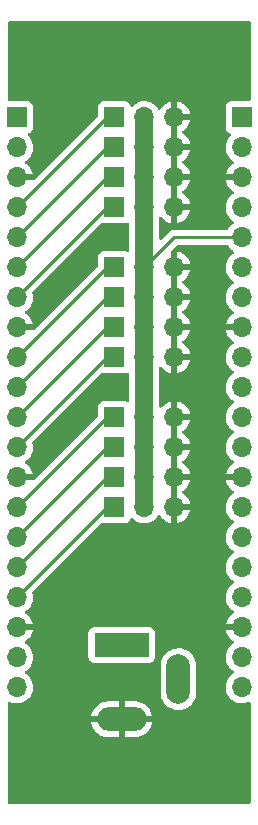
<source format=gbr>
%TF.GenerationSoftware,KiCad,Pcbnew,(6.0.5)*%
%TF.CreationDate,2022-10-13T14:31:03+01:00*%
%TF.ProjectId,OOBB-RASP-PICO-SHIELD-01,4f4f4242-2d52-4415-9350-2d5049434f2d,rev?*%
%TF.SameCoordinates,Original*%
%TF.FileFunction,Copper,L2,Bot*%
%TF.FilePolarity,Positive*%
%FSLAX46Y46*%
G04 Gerber Fmt 4.6, Leading zero omitted, Abs format (unit mm)*
G04 Created by KiCad (PCBNEW (6.0.5)) date 2022-10-13 14:31:03*
%MOMM*%
%LPD*%
G01*
G04 APERTURE LIST*
%TA.AperFunction,ComponentPad*%
%ADD10R,1.700000X1.700000*%
%TD*%
%TA.AperFunction,ComponentPad*%
%ADD11O,1.700000X1.700000*%
%TD*%
%TA.AperFunction,ComponentPad*%
%ADD12R,4.600000X2.000000*%
%TD*%
%TA.AperFunction,ComponentPad*%
%ADD13O,4.200000X2.000000*%
%TD*%
%TA.AperFunction,ComponentPad*%
%ADD14O,2.000000X4.200000*%
%TD*%
%TA.AperFunction,Conductor*%
%ADD15C,0.250000*%
%TD*%
%TA.AperFunction,Conductor*%
%ADD16C,1.500000*%
%TD*%
G04 APERTURE END LIST*
D10*
%TO.P,U10,1,GPIO00*%
%TO.N,GPIO00*%
X132100000Y-67720000D03*
D11*
%TO.P,U10,2,GPIO01*%
%TO.N,GPIO01*%
X132100000Y-70260000D03*
%TO.P,U10,3,GND*%
%TO.N,GND*%
X132100000Y-72800000D03*
%TO.P,U10,4,GPIO02*%
%TO.N,GPIO02*%
X132100000Y-75340000D03*
%TO.P,U10,5,GPIO03*%
%TO.N,GPIO03*%
X132100000Y-77880000D03*
%TO.P,U10,6,GPIO04*%
%TO.N,GPIO04*%
X132100000Y-80420000D03*
%TO.P,U10,7,GPIO05*%
%TO.N,GPIO05*%
X132100000Y-82960000D03*
%TO.P,U10,8,GND*%
%TO.N,GND*%
X132100000Y-85500000D03*
%TO.P,U10,9,GPIO06*%
%TO.N,GPIO06*%
X132100000Y-88040000D03*
%TO.P,U10,10,GPIO07*%
%TO.N,GPIO07*%
X132100000Y-90580000D03*
%TO.P,U10,11,GPIO08*%
%TO.N,GPIO08*%
X132100000Y-93120000D03*
%TO.P,U10,12,GPIO09*%
%TO.N,GPIO09*%
X132100000Y-95660000D03*
%TO.P,U10,13,GND*%
%TO.N,GND*%
X132100000Y-98200000D03*
%TO.P,U10,14,GPIO10*%
%TO.N,GPIO10*%
X132100000Y-100740000D03*
%TO.P,U10,15,GPIO11*%
%TO.N,GPIO11*%
X132100000Y-103280000D03*
%TO.P,U10,16,GPIO12*%
%TO.N,GPIO12*%
X132100000Y-105820000D03*
%TO.P,U10,17,GPIO13*%
%TO.N,GPIO13*%
X132100000Y-108360000D03*
%TO.P,U10,18,GND*%
%TO.N,GND*%
X132100000Y-110900000D03*
%TO.P,U10,19,GPIO14*%
%TO.N,GPIO14*%
X132100000Y-113440000D03*
%TO.P,U10,20,GPIO15*%
%TO.N,GPIO15*%
X132100000Y-115980000D03*
%TO.P,U10,21,GPIO16*%
%TO.N,GPIO16*%
X151130000Y-115975000D03*
%TO.P,U10,22,GPIO17*%
%TO.N,GPIO17*%
X151130000Y-113435000D03*
%TO.P,U10,23,GND*%
%TO.N,GND*%
X151130000Y-110895000D03*
%TO.P,U10,24,GPIO18*%
%TO.N,GPIO18*%
X151130000Y-108355000D03*
%TO.P,U10,25,GPIO19*%
%TO.N,GPIO19*%
X151130000Y-105815000D03*
%TO.P,U10,26,GPIO20*%
%TO.N,GPIO20*%
X151130000Y-103275000D03*
%TO.P,U10,27,GPIO21*%
%TO.N,GPIO21*%
X151130000Y-100735000D03*
%TO.P,U10,28,GND*%
%TO.N,GND*%
X151130000Y-98195000D03*
%TO.P,U10,29,GPIO22*%
%TO.N,GPIO22*%
X151130000Y-95655000D03*
%TO.P,U10,30,RUN*%
%TO.N,RUN*%
X151130000Y-93115000D03*
%TO.P,U10,31,GPIO26*%
%TO.N,A0*%
X151130000Y-90575000D03*
%TO.P,U10,32,GPIO27*%
%TO.N,A1*%
X151130000Y-88040000D03*
%TO.P,U10,33,GND*%
%TO.N,GND*%
X151130000Y-85500000D03*
%TO.P,U10,34,GPIO28*%
%TO.N,A2*%
X151130000Y-82960000D03*
%TO.P,U10,35,VREF*%
%TO.N,VREF*%
X151130000Y-80420000D03*
%TO.P,U10,36,3V3*%
%TO.N,VOUT*%
X151130000Y-77880000D03*
%TO.P,U10,37,3EN*%
%TO.N,3EN*%
X151130000Y-75340000D03*
%TO.P,U10,38,GND*%
%TO.N,GND*%
X151130000Y-72800000D03*
%TO.P,U10,39,VSYS*%
%TO.N,VSYS*%
X151130000Y-70260000D03*
D10*
%TO.P,U10,40,VBUS*%
%TO.N,VBUS*%
X151130000Y-67720000D03*
%TD*%
D11*
%TO.P,J14,3,GND*%
%TO.N,GND*%
X145435000Y-88035000D03*
%TO.P,J14,2,VCC*%
%TO.N,VOUT*%
X142895000Y-88035000D03*
D10*
%TO.P,J14,1,SIG*%
%TO.N,GPIO09*%
X140355000Y-88035000D03*
%TD*%
D11*
%TO.P,J13,3,GND*%
%TO.N,GND*%
X145435000Y-75335000D03*
%TO.P,J13,2,VCC*%
%TO.N,VOUT*%
X142895000Y-75335000D03*
D10*
%TO.P,J13,1,SIG*%
%TO.N,GPIO05*%
X140355000Y-75335000D03*
%TD*%
D11*
%TO.P,J12,3,GND*%
%TO.N,GND*%
X145435000Y-100735000D03*
%TO.P,J12,2,VCC*%
%TO.N,VOUT*%
X142895000Y-100735000D03*
D10*
%TO.P,J12,1,SIG*%
%TO.N,GPIO13*%
X140355000Y-100735000D03*
%TD*%
D12*
%TO.P,J11,1*%
%TO.N,VIN*%
X140970000Y-112395000D03*
D13*
%TO.P,J11,2*%
%TO.N,GND*%
X140970000Y-118695000D03*
D14*
%TO.P,J11,3*%
%TO.N,unconnected-(J11-Pad3)*%
X145770000Y-115295000D03*
%TD*%
D11*
%TO.P,J10,3,GND*%
%TO.N,GND*%
X145435000Y-98195000D03*
%TO.P,J10,2,VCC*%
%TO.N,VOUT*%
X142895000Y-98195000D03*
D10*
%TO.P,J10,1,SIG*%
%TO.N,GPIO12*%
X140355000Y-98195000D03*
%TD*%
D11*
%TO.P,J9,3,GND*%
%TO.N,GND*%
X145435000Y-85495000D03*
%TO.P,J9,2,VCC*%
%TO.N,VOUT*%
X142895000Y-85495000D03*
D10*
%TO.P,J9,1,SIG*%
%TO.N,GPIO08*%
X140355000Y-85495000D03*
%TD*%
D11*
%TO.P,J8,3,GND*%
%TO.N,GND*%
X145435000Y-72795000D03*
%TO.P,J8,2,VCC*%
%TO.N,VOUT*%
X142895000Y-72795000D03*
D10*
%TO.P,J8,1,SIG*%
%TO.N,GPIO04*%
X140355000Y-72795000D03*
%TD*%
D11*
%TO.P,J7,3,GND*%
%TO.N,GND*%
X145435000Y-95655000D03*
%TO.P,J7,2,VCC*%
%TO.N,VOUT*%
X142895000Y-95655000D03*
D10*
%TO.P,J7,1,SIG*%
%TO.N,GPIO11*%
X140355000Y-95655000D03*
%TD*%
%TO.P,J6,1,SIG*%
%TO.N,GPIO07*%
X140355000Y-82955000D03*
D11*
%TO.P,J6,2,VCC*%
%TO.N,VOUT*%
X142895000Y-82955000D03*
%TO.P,J6,3,GND*%
%TO.N,GND*%
X145435000Y-82955000D03*
%TD*%
%TO.P,J5,3,GND*%
%TO.N,GND*%
X145435000Y-70255000D03*
%TO.P,J5,2,VCC*%
%TO.N,VOUT*%
X142895000Y-70255000D03*
D10*
%TO.P,J5,1,SIG*%
%TO.N,GPIO03*%
X140355000Y-70255000D03*
%TD*%
D11*
%TO.P,J3,3,GND*%
%TO.N,GND*%
X145435000Y-93115000D03*
%TO.P,J3,2,VCC*%
%TO.N,VOUT*%
X142895000Y-93115000D03*
D10*
%TO.P,J3,1,SIG*%
%TO.N,GPIO10*%
X140355000Y-93115000D03*
%TD*%
D11*
%TO.P,J2,3,GND*%
%TO.N,GND*%
X145435000Y-80415000D03*
%TO.P,J2,2,VCC*%
%TO.N,VOUT*%
X142895000Y-80415000D03*
D10*
%TO.P,J2,1,SIG*%
%TO.N,GPIO06*%
X140355000Y-80415000D03*
%TD*%
D11*
%TO.P,J1,3,GND*%
%TO.N,GND*%
X145435000Y-67715000D03*
%TO.P,J1,2,VCC*%
%TO.N,VOUT*%
X142895000Y-67715000D03*
D10*
%TO.P,J1,1,SIG*%
%TO.N,GPIO02*%
X140355000Y-67715000D03*
%TD*%
D15*
%TO.N,VOUT*%
X145430000Y-77880000D02*
X142895000Y-80415000D01*
X151130000Y-77880000D02*
X145430000Y-77880000D01*
D16*
X142895000Y-100735000D02*
X142895000Y-67715000D01*
D15*
%TO.N,GPIO02*%
X139725000Y-67715000D02*
X140355000Y-67715000D01*
X132100000Y-75340000D02*
X139725000Y-67715000D01*
%TO.N,GPIO03*%
X132100000Y-77880000D02*
X139725000Y-70255000D01*
X139725000Y-70255000D02*
X140355000Y-70255000D01*
%TO.N,GPIO04*%
X139725000Y-72795000D02*
X140355000Y-72795000D01*
X132100000Y-80420000D02*
X139725000Y-72795000D01*
%TO.N,GPIO05*%
X139725000Y-75335000D02*
X140355000Y-75335000D01*
X132100000Y-82960000D02*
X139725000Y-75335000D01*
%TO.N,GPIO06*%
X132100000Y-88040000D02*
X139725000Y-80415000D01*
X139725000Y-80415000D02*
X140355000Y-80415000D01*
%TO.N,GPIO07*%
X139725000Y-82955000D02*
X140355000Y-82955000D01*
X132100000Y-90580000D02*
X139725000Y-82955000D01*
%TO.N,GPIO08*%
X139725000Y-85495000D02*
X140355000Y-85495000D01*
X132100000Y-93120000D02*
X139725000Y-85495000D01*
%TO.N,GPIO09*%
X139725000Y-88035000D02*
X140355000Y-88035000D01*
X132100000Y-95660000D02*
X139725000Y-88035000D01*
%TO.N,GPIO10*%
X139725000Y-93115000D02*
X140355000Y-93115000D01*
X132100000Y-100740000D02*
X139725000Y-93115000D01*
%TO.N,GPIO11*%
X132100000Y-103280000D02*
X139725000Y-95655000D01*
X139725000Y-95655000D02*
X140355000Y-95655000D01*
%TO.N,GPIO12*%
X139725000Y-98195000D02*
X140355000Y-98195000D01*
X132100000Y-105820000D02*
X139725000Y-98195000D01*
%TO.N,GPIO13*%
X139725000Y-100735000D02*
X140355000Y-100735000D01*
X132100000Y-108360000D02*
X139725000Y-100735000D01*
%TD*%
%TA.AperFunction,Conductor*%
%TO.N,GND*%
G36*
X149922395Y-78533502D02*
G01*
X149961707Y-78573665D01*
X150029987Y-78685088D01*
X150176250Y-78853938D01*
X150348126Y-78996632D01*
X150361380Y-79004377D01*
X150421445Y-79039476D01*
X150470169Y-79091114D01*
X150483240Y-79160897D01*
X150456509Y-79226669D01*
X150416055Y-79260027D01*
X150403607Y-79266507D01*
X150399474Y-79269610D01*
X150399471Y-79269612D01*
X150323433Y-79326703D01*
X150224965Y-79400635D01*
X150070629Y-79562138D01*
X150067715Y-79566410D01*
X150067714Y-79566411D01*
X149982556Y-79691249D01*
X149944743Y-79746680D01*
X149850688Y-79949305D01*
X149790989Y-80164570D01*
X149767251Y-80386695D01*
X149767548Y-80391848D01*
X149767548Y-80391851D01*
X149773011Y-80486590D01*
X149780110Y-80609715D01*
X149781247Y-80614761D01*
X149781248Y-80614767D01*
X149802275Y-80708069D01*
X149829222Y-80827639D01*
X149913266Y-81034616D01*
X150029987Y-81225088D01*
X150176250Y-81393938D01*
X150246354Y-81452139D01*
X150337628Y-81527916D01*
X150348126Y-81536632D01*
X150363470Y-81545598D01*
X150421445Y-81579476D01*
X150470169Y-81631114D01*
X150483240Y-81700897D01*
X150456509Y-81766669D01*
X150416055Y-81800027D01*
X150403607Y-81806507D01*
X150399474Y-81809610D01*
X150399471Y-81809612D01*
X150235260Y-81932905D01*
X150224965Y-81940635D01*
X150070629Y-82102138D01*
X150067715Y-82106410D01*
X150067714Y-82106411D01*
X150047020Y-82136747D01*
X149944743Y-82286680D01*
X149942564Y-82291375D01*
X149872523Y-82442266D01*
X149850688Y-82489305D01*
X149790989Y-82704570D01*
X149767251Y-82926695D01*
X149767548Y-82931848D01*
X149767548Y-82931851D01*
X149773011Y-83026590D01*
X149780110Y-83149715D01*
X149781247Y-83154761D01*
X149781248Y-83154767D01*
X149802275Y-83248069D01*
X149829222Y-83367639D01*
X149913266Y-83574616D01*
X150029987Y-83765088D01*
X150176250Y-83933938D01*
X150246354Y-83992139D01*
X150337628Y-84067916D01*
X150348126Y-84076632D01*
X150363470Y-84085598D01*
X150421955Y-84119774D01*
X150470679Y-84171412D01*
X150483750Y-84241195D01*
X150457019Y-84306967D01*
X150416562Y-84340327D01*
X150408457Y-84344546D01*
X150399738Y-84350036D01*
X150229433Y-84477905D01*
X150221726Y-84484748D01*
X150074590Y-84638717D01*
X150068104Y-84646727D01*
X149948098Y-84822649D01*
X149943000Y-84831623D01*
X149853338Y-85024783D01*
X149849775Y-85034470D01*
X149794389Y-85234183D01*
X149795912Y-85242607D01*
X149808292Y-85246000D01*
X151258000Y-85246000D01*
X151326121Y-85266002D01*
X151372614Y-85319658D01*
X151384000Y-85372000D01*
X151384000Y-85628000D01*
X151363998Y-85696121D01*
X151310342Y-85742614D01*
X151258000Y-85754000D01*
X149813225Y-85754000D01*
X149799694Y-85757973D01*
X149798257Y-85767966D01*
X149828565Y-85902446D01*
X149831645Y-85912275D01*
X149911770Y-86109603D01*
X149916413Y-86118794D01*
X150027694Y-86300388D01*
X150033777Y-86308699D01*
X150173213Y-86469667D01*
X150180580Y-86476883D01*
X150344434Y-86612916D01*
X150352881Y-86618831D01*
X150421969Y-86659203D01*
X150470693Y-86710842D01*
X150483764Y-86780625D01*
X150457033Y-86846396D01*
X150416584Y-86879752D01*
X150403607Y-86886507D01*
X150399474Y-86889610D01*
X150399471Y-86889612D01*
X150235260Y-87012905D01*
X150224965Y-87020635D01*
X150070629Y-87182138D01*
X150067715Y-87186410D01*
X150067714Y-87186411D01*
X150047020Y-87216747D01*
X149944743Y-87366680D01*
X149942564Y-87371375D01*
X149872523Y-87522266D01*
X149850688Y-87569305D01*
X149790989Y-87784570D01*
X149767251Y-88006695D01*
X149767548Y-88011848D01*
X149767548Y-88011851D01*
X149773011Y-88106590D01*
X149780110Y-88229715D01*
X149781247Y-88234761D01*
X149781248Y-88234767D01*
X149802275Y-88328069D01*
X149829222Y-88447639D01*
X149913266Y-88654616D01*
X150029987Y-88845088D01*
X150176250Y-89013938D01*
X150246354Y-89072139D01*
X150337628Y-89147916D01*
X150348126Y-89156632D01*
X150416922Y-89196833D01*
X150465644Y-89248471D01*
X150478715Y-89318254D01*
X150451983Y-89384026D01*
X150411528Y-89417384D01*
X150403607Y-89421507D01*
X150399474Y-89424610D01*
X150399471Y-89424612D01*
X150372000Y-89445238D01*
X150224965Y-89555635D01*
X150070629Y-89717138D01*
X149944743Y-89901680D01*
X149850688Y-90104305D01*
X149790989Y-90319570D01*
X149767251Y-90541695D01*
X149767548Y-90546848D01*
X149767548Y-90546851D01*
X149772552Y-90633632D01*
X149780110Y-90764715D01*
X149781247Y-90769761D01*
X149781248Y-90769767D01*
X149803402Y-90868069D01*
X149829222Y-90982639D01*
X149913266Y-91189616D01*
X150029987Y-91380088D01*
X150176250Y-91548938D01*
X150348126Y-91691632D01*
X150363470Y-91700598D01*
X150421445Y-91734476D01*
X150470169Y-91786114D01*
X150483240Y-91855897D01*
X150456509Y-91921669D01*
X150416055Y-91955027D01*
X150403607Y-91961507D01*
X150399474Y-91964610D01*
X150399471Y-91964612D01*
X150229100Y-92092530D01*
X150224965Y-92095635D01*
X150070629Y-92257138D01*
X150067715Y-92261410D01*
X150067714Y-92261411D01*
X149982556Y-92386249D01*
X149944743Y-92441680D01*
X149850688Y-92644305D01*
X149790989Y-92859570D01*
X149767251Y-93081695D01*
X149767548Y-93086848D01*
X149767548Y-93086851D01*
X149772552Y-93173632D01*
X149780110Y-93304715D01*
X149781247Y-93309761D01*
X149781248Y-93309767D01*
X149794597Y-93369000D01*
X149829222Y-93522639D01*
X149913266Y-93729616D01*
X150029987Y-93920088D01*
X150176250Y-94088938D01*
X150348126Y-94231632D01*
X150357672Y-94237210D01*
X150421445Y-94274476D01*
X150470169Y-94326114D01*
X150483240Y-94395897D01*
X150456509Y-94461669D01*
X150416055Y-94495027D01*
X150403607Y-94501507D01*
X150399474Y-94504610D01*
X150399471Y-94504612D01*
X150341841Y-94547882D01*
X150224965Y-94635635D01*
X150221393Y-94639373D01*
X150127835Y-94737276D01*
X150070629Y-94797138D01*
X150067715Y-94801410D01*
X150067714Y-94801411D01*
X149986496Y-94920473D01*
X149944743Y-94981680D01*
X149850688Y-95184305D01*
X149790989Y-95399570D01*
X149767251Y-95621695D01*
X149767548Y-95626848D01*
X149767548Y-95626851D01*
X149773011Y-95721590D01*
X149780110Y-95844715D01*
X149781247Y-95849761D01*
X149781248Y-95849767D01*
X149794597Y-95909000D01*
X149829222Y-96062639D01*
X149913266Y-96269616D01*
X150029987Y-96460088D01*
X150176250Y-96628938D01*
X150348126Y-96771632D01*
X150357672Y-96777210D01*
X150421955Y-96814774D01*
X150470679Y-96866412D01*
X150483750Y-96936195D01*
X150457019Y-97001967D01*
X150416562Y-97035327D01*
X150408457Y-97039546D01*
X150399738Y-97045036D01*
X150229433Y-97172905D01*
X150221726Y-97179748D01*
X150074590Y-97333717D01*
X150068104Y-97341727D01*
X149948098Y-97517649D01*
X149943000Y-97526623D01*
X149853338Y-97719783D01*
X149849775Y-97729470D01*
X149794389Y-97929183D01*
X149795912Y-97937607D01*
X149808292Y-97941000D01*
X151258000Y-97941000D01*
X151326121Y-97961002D01*
X151372614Y-98014658D01*
X151384000Y-98067000D01*
X151384000Y-98323000D01*
X151363998Y-98391121D01*
X151310342Y-98437614D01*
X151258000Y-98449000D01*
X149813225Y-98449000D01*
X149799694Y-98452973D01*
X149798257Y-98462966D01*
X149828565Y-98597446D01*
X149831645Y-98607275D01*
X149911770Y-98804603D01*
X149916413Y-98813794D01*
X150027694Y-98995388D01*
X150033777Y-99003699D01*
X150173213Y-99164667D01*
X150180580Y-99171883D01*
X150344434Y-99307916D01*
X150352881Y-99313831D01*
X150421969Y-99354203D01*
X150470693Y-99405842D01*
X150483764Y-99475625D01*
X150457033Y-99541396D01*
X150416584Y-99574752D01*
X150403607Y-99581507D01*
X150399474Y-99584610D01*
X150399471Y-99584612D01*
X150341841Y-99627882D01*
X150224965Y-99715635D01*
X150221393Y-99719373D01*
X150127835Y-99817276D01*
X150070629Y-99877138D01*
X150067715Y-99881410D01*
X150067714Y-99881411D01*
X149986496Y-100000473D01*
X149944743Y-100061680D01*
X149850688Y-100264305D01*
X149790989Y-100479570D01*
X149767251Y-100701695D01*
X149767548Y-100706848D01*
X149767548Y-100706851D01*
X149772552Y-100793632D01*
X149780110Y-100924715D01*
X149781247Y-100929761D01*
X149781248Y-100929767D01*
X149794597Y-100989000D01*
X149829222Y-101142639D01*
X149913266Y-101349616D01*
X150029987Y-101540088D01*
X150176250Y-101708938D01*
X150348126Y-101851632D01*
X150363470Y-101860598D01*
X150421445Y-101894476D01*
X150470169Y-101946114D01*
X150483240Y-102015897D01*
X150456509Y-102081669D01*
X150416055Y-102115027D01*
X150403607Y-102121507D01*
X150399474Y-102124610D01*
X150399471Y-102124612D01*
X150372000Y-102145238D01*
X150224965Y-102255635D01*
X150070629Y-102417138D01*
X149944743Y-102601680D01*
X149850688Y-102804305D01*
X149790989Y-103019570D01*
X149767251Y-103241695D01*
X149767548Y-103246848D01*
X149767548Y-103246851D01*
X149772552Y-103333632D01*
X149780110Y-103464715D01*
X149781247Y-103469761D01*
X149781248Y-103469767D01*
X149803402Y-103568069D01*
X149829222Y-103682639D01*
X149913266Y-103889616D01*
X150029987Y-104080088D01*
X150176250Y-104248938D01*
X150348126Y-104391632D01*
X150363470Y-104400598D01*
X150421445Y-104434476D01*
X150470169Y-104486114D01*
X150483240Y-104555897D01*
X150456509Y-104621669D01*
X150416055Y-104655027D01*
X150403607Y-104661507D01*
X150399474Y-104664610D01*
X150399471Y-104664612D01*
X150372000Y-104685238D01*
X150224965Y-104795635D01*
X150070629Y-104957138D01*
X149944743Y-105141680D01*
X149850688Y-105344305D01*
X149790989Y-105559570D01*
X149767251Y-105781695D01*
X149767548Y-105786848D01*
X149767548Y-105786851D01*
X149772552Y-105873632D01*
X149780110Y-106004715D01*
X149781247Y-106009761D01*
X149781248Y-106009767D01*
X149803402Y-106108069D01*
X149829222Y-106222639D01*
X149913266Y-106429616D01*
X150029987Y-106620088D01*
X150176250Y-106788938D01*
X150348126Y-106931632D01*
X150363470Y-106940598D01*
X150421445Y-106974476D01*
X150470169Y-107026114D01*
X150483240Y-107095897D01*
X150456509Y-107161669D01*
X150416055Y-107195027D01*
X150403607Y-107201507D01*
X150399474Y-107204610D01*
X150399471Y-107204612D01*
X150372000Y-107225238D01*
X150224965Y-107335635D01*
X150070629Y-107497138D01*
X149944743Y-107681680D01*
X149850688Y-107884305D01*
X149790989Y-108099570D01*
X149767251Y-108321695D01*
X149767548Y-108326848D01*
X149767548Y-108326851D01*
X149773106Y-108423240D01*
X149780110Y-108544715D01*
X149781247Y-108549761D01*
X149781248Y-108549767D01*
X149802246Y-108642939D01*
X149829222Y-108762639D01*
X149913266Y-108969616D01*
X150029987Y-109160088D01*
X150176250Y-109328938D01*
X150348126Y-109471632D01*
X150363470Y-109480598D01*
X150421955Y-109514774D01*
X150470679Y-109566412D01*
X150483750Y-109636195D01*
X150457019Y-109701967D01*
X150416562Y-109735327D01*
X150408457Y-109739546D01*
X150399738Y-109745036D01*
X150229433Y-109872905D01*
X150221726Y-109879748D01*
X150074590Y-110033717D01*
X150068104Y-110041727D01*
X149948098Y-110217649D01*
X149943000Y-110226623D01*
X149853338Y-110419783D01*
X149849775Y-110429470D01*
X149794389Y-110629183D01*
X149795912Y-110637607D01*
X149808292Y-110641000D01*
X151258000Y-110641000D01*
X151326121Y-110661002D01*
X151372614Y-110714658D01*
X151384000Y-110767000D01*
X151384000Y-111023000D01*
X151363998Y-111091121D01*
X151310342Y-111137614D01*
X151258000Y-111149000D01*
X149813225Y-111149000D01*
X149799694Y-111152973D01*
X149798257Y-111162966D01*
X149828565Y-111297446D01*
X149831645Y-111307275D01*
X149911770Y-111504603D01*
X149916413Y-111513794D01*
X150027694Y-111695388D01*
X150033777Y-111703699D01*
X150173213Y-111864667D01*
X150180580Y-111871883D01*
X150344434Y-112007916D01*
X150352881Y-112013831D01*
X150421969Y-112054203D01*
X150470693Y-112105842D01*
X150483764Y-112175625D01*
X150457033Y-112241396D01*
X150416584Y-112274752D01*
X150403607Y-112281507D01*
X150399474Y-112284610D01*
X150399471Y-112284612D01*
X150341841Y-112327882D01*
X150224965Y-112415635D01*
X150070629Y-112577138D01*
X150067715Y-112581410D01*
X150067714Y-112581411D01*
X149990529Y-112694560D01*
X149944743Y-112761680D01*
X149850688Y-112964305D01*
X149790989Y-113179570D01*
X149767251Y-113401695D01*
X149767548Y-113406848D01*
X149767548Y-113406851D01*
X149773299Y-113506590D01*
X149780110Y-113624715D01*
X149781247Y-113629761D01*
X149781248Y-113629767D01*
X149800974Y-113717294D01*
X149829222Y-113842639D01*
X149913266Y-114049616D01*
X150029987Y-114240088D01*
X150176250Y-114408938D01*
X150348126Y-114551632D01*
X150363470Y-114560598D01*
X150421445Y-114594476D01*
X150470169Y-114646114D01*
X150483240Y-114715897D01*
X150456509Y-114781669D01*
X150416055Y-114815027D01*
X150403607Y-114821507D01*
X150399474Y-114824610D01*
X150399471Y-114824612D01*
X150341841Y-114867882D01*
X150224965Y-114955635D01*
X150070629Y-115117138D01*
X149944743Y-115301680D01*
X149850688Y-115504305D01*
X149790989Y-115719570D01*
X149767251Y-115941695D01*
X149767548Y-115946848D01*
X149767548Y-115946851D01*
X149773106Y-116043240D01*
X149780110Y-116164715D01*
X149781247Y-116169761D01*
X149781248Y-116169767D01*
X149802246Y-116262939D01*
X149829222Y-116382639D01*
X149913266Y-116589616D01*
X150029987Y-116780088D01*
X150176250Y-116948938D01*
X150348126Y-117091632D01*
X150541000Y-117204338D01*
X150545825Y-117206180D01*
X150545826Y-117206181D01*
X150580417Y-117219390D01*
X150749692Y-117284030D01*
X150754760Y-117285061D01*
X150754763Y-117285062D01*
X150862017Y-117306883D01*
X150968597Y-117328567D01*
X150973772Y-117328757D01*
X150973774Y-117328757D01*
X151186673Y-117336564D01*
X151186677Y-117336564D01*
X151191837Y-117336753D01*
X151196957Y-117336097D01*
X151196959Y-117336097D01*
X151408288Y-117309025D01*
X151408289Y-117309025D01*
X151413416Y-117308368D01*
X151436085Y-117301567D01*
X151622429Y-117245661D01*
X151622434Y-117245659D01*
X151627384Y-117244174D01*
X151710070Y-117203666D01*
X151780041Y-117191660D01*
X151845398Y-117219390D01*
X151885388Y-117278052D01*
X151891500Y-117316818D01*
X151891500Y-125730500D01*
X151871498Y-125798621D01*
X151817842Y-125845114D01*
X151765500Y-125856500D01*
X131444500Y-125856500D01*
X131376379Y-125836498D01*
X131329886Y-125782842D01*
X131318500Y-125730500D01*
X131318500Y-118966114D01*
X138383275Y-118966114D01*
X138385325Y-118983830D01*
X138387285Y-118993727D01*
X138450604Y-119217494D01*
X138454116Y-119226938D01*
X138552399Y-119437705D01*
X138557378Y-119446471D01*
X138688087Y-119638802D01*
X138694419Y-119646677D01*
X138854186Y-119815626D01*
X138861695Y-119822387D01*
X139046426Y-119963625D01*
X139054905Y-119969089D01*
X139259847Y-120078978D01*
X139269099Y-120083020D01*
X139488971Y-120158727D01*
X139498743Y-120161236D01*
X139728971Y-120201004D01*
X139736843Y-120201859D01*
X139760551Y-120202936D01*
X139763384Y-120203000D01*
X140697885Y-120203000D01*
X140713124Y-120198525D01*
X140714329Y-120197135D01*
X140716000Y-120189452D01*
X140716000Y-120184885D01*
X141224000Y-120184885D01*
X141228475Y-120200124D01*
X141229865Y-120201329D01*
X141237548Y-120203000D01*
X142128456Y-120203000D01*
X142133488Y-120202798D01*
X142306843Y-120188850D01*
X142316796Y-120187238D01*
X142542633Y-120131767D01*
X142552203Y-120128584D01*
X142766265Y-120037720D01*
X142775207Y-120033045D01*
X142971987Y-119909126D01*
X142980060Y-119903086D01*
X143154500Y-119749297D01*
X143161504Y-119742044D01*
X143309110Y-119562346D01*
X143314866Y-119554064D01*
X143431841Y-119353081D01*
X143436203Y-119343976D01*
X143519537Y-119126885D01*
X143522388Y-119117196D01*
X143553821Y-118966736D01*
X143552698Y-118952675D01*
X143542590Y-118949000D01*
X141242115Y-118949000D01*
X141226876Y-118953475D01*
X141225671Y-118954865D01*
X141224000Y-118962548D01*
X141224000Y-120184885D01*
X140716000Y-120184885D01*
X140716000Y-118967115D01*
X140711525Y-118951876D01*
X140710135Y-118950671D01*
X140702452Y-118949000D01*
X138399410Y-118949000D01*
X138385324Y-118953136D01*
X138383275Y-118966114D01*
X131318500Y-118966114D01*
X131318500Y-118423264D01*
X138386179Y-118423264D01*
X138387302Y-118437325D01*
X138397410Y-118441000D01*
X140697885Y-118441000D01*
X140713124Y-118436525D01*
X140714329Y-118435135D01*
X140716000Y-118427452D01*
X140716000Y-118422885D01*
X141224000Y-118422885D01*
X141228475Y-118438124D01*
X141229865Y-118439329D01*
X141237548Y-118441000D01*
X143540590Y-118441000D01*
X143554676Y-118436864D01*
X143556725Y-118423886D01*
X143554675Y-118406170D01*
X143552715Y-118396273D01*
X143489396Y-118172506D01*
X143485884Y-118163062D01*
X143387601Y-117952295D01*
X143382622Y-117943529D01*
X143251913Y-117751198D01*
X143245581Y-117743323D01*
X143085814Y-117574374D01*
X143078305Y-117567613D01*
X142893574Y-117426375D01*
X142885095Y-117420911D01*
X142680153Y-117311022D01*
X142670901Y-117306980D01*
X142451029Y-117231273D01*
X142441257Y-117228764D01*
X142211029Y-117188996D01*
X142203157Y-117188141D01*
X142179449Y-117187064D01*
X142176616Y-117187000D01*
X141242115Y-117187000D01*
X141226876Y-117191475D01*
X141225671Y-117192865D01*
X141224000Y-117200548D01*
X141224000Y-118422885D01*
X140716000Y-118422885D01*
X140716000Y-117205115D01*
X140711525Y-117189876D01*
X140710135Y-117188671D01*
X140702452Y-117187000D01*
X139811544Y-117187000D01*
X139806512Y-117187202D01*
X139633157Y-117201150D01*
X139623204Y-117202762D01*
X139397367Y-117258233D01*
X139387797Y-117261416D01*
X139173735Y-117352280D01*
X139164793Y-117356955D01*
X138968013Y-117480874D01*
X138959940Y-117486914D01*
X138785500Y-117640703D01*
X138778496Y-117647956D01*
X138630890Y-117827654D01*
X138625134Y-117835936D01*
X138508159Y-118036919D01*
X138503797Y-118046024D01*
X138420463Y-118263115D01*
X138417612Y-118272804D01*
X138386179Y-118423264D01*
X131318500Y-118423264D01*
X131318500Y-117316414D01*
X131338502Y-117248293D01*
X131392158Y-117201800D01*
X131462432Y-117191696D01*
X131501477Y-117205324D01*
X131501874Y-117204496D01*
X131506539Y-117206731D01*
X131511000Y-117209338D01*
X131515825Y-117211180D01*
X131515826Y-117211181D01*
X131535899Y-117218846D01*
X131719692Y-117289030D01*
X131724760Y-117290061D01*
X131724763Y-117290062D01*
X131817970Y-117309025D01*
X131938597Y-117333567D01*
X131943772Y-117333757D01*
X131943774Y-117333757D01*
X132156673Y-117341564D01*
X132156677Y-117341564D01*
X132161837Y-117341753D01*
X132166957Y-117341097D01*
X132166959Y-117341097D01*
X132378288Y-117314025D01*
X132378289Y-117314025D01*
X132383416Y-117313368D01*
X132400082Y-117308368D01*
X132592429Y-117250661D01*
X132592434Y-117250659D01*
X132597384Y-117249174D01*
X132797994Y-117150896D01*
X132979860Y-117021173D01*
X132995737Y-117005352D01*
X133134435Y-116867137D01*
X133138096Y-116863489D01*
X133195222Y-116783990D01*
X133265435Y-116686277D01*
X133268453Y-116682077D01*
X133288322Y-116641876D01*
X133365136Y-116486453D01*
X133365137Y-116486451D01*
X133367430Y-116481811D01*
X133375272Y-116456001D01*
X144261500Y-116456001D01*
X144261702Y-116458509D01*
X144261702Y-116458514D01*
X144272605Y-116594020D01*
X144276060Y-116636965D01*
X144277266Y-116641873D01*
X144277266Y-116641876D01*
X144310249Y-116776158D01*
X144333963Y-116872706D01*
X144335938Y-116877358D01*
X144335939Y-116877362D01*
X144367723Y-116952240D01*
X144428812Y-117096156D01*
X144431510Y-117100440D01*
X144543359Y-117278052D01*
X144558167Y-117301567D01*
X144581060Y-117327534D01*
X144715350Y-117479858D01*
X144715353Y-117479861D01*
X144718698Y-117483655D01*
X144722606Y-117486865D01*
X144722607Y-117486866D01*
X144829242Y-117574456D01*
X144906278Y-117637734D01*
X145116078Y-117759841D01*
X145120801Y-117761654D01*
X145337978Y-117845020D01*
X145337982Y-117845021D01*
X145342702Y-117846833D01*
X145347652Y-117847867D01*
X145347655Y-117847868D01*
X145575369Y-117895440D01*
X145575373Y-117895440D01*
X145580320Y-117896474D01*
X145822817Y-117907486D01*
X145827837Y-117906905D01*
X145827841Y-117906905D01*
X146058929Y-117880167D01*
X146058933Y-117880166D01*
X146063956Y-117879585D01*
X146068820Y-117878209D01*
X146068823Y-117878208D01*
X146292669Y-117814866D01*
X146292668Y-117814866D01*
X146297532Y-117813490D01*
X146302108Y-117811356D01*
X146302114Y-117811354D01*
X146512954Y-117713038D01*
X146512958Y-117713036D01*
X146517536Y-117710901D01*
X146718307Y-117574456D01*
X146894681Y-117407668D01*
X146933454Y-117356955D01*
X147039047Y-117218846D01*
X147039050Y-117218842D01*
X147042120Y-117214826D01*
X147046756Y-117206181D01*
X147154439Y-117005352D01*
X147156831Y-117000891D01*
X147235862Y-116771369D01*
X147267256Y-116589616D01*
X147276504Y-116536074D01*
X147276505Y-116536068D01*
X147277179Y-116532164D01*
X147278500Y-116503075D01*
X147278500Y-114133999D01*
X147278298Y-114131486D01*
X147264346Y-113958076D01*
X147264345Y-113958071D01*
X147263940Y-113953035D01*
X147262324Y-113946453D01*
X147207244Y-113722208D01*
X147206037Y-113717294D01*
X147173952Y-113641705D01*
X147116598Y-113506590D01*
X147111188Y-113493844D01*
X146981833Y-113288433D01*
X146914750Y-113212342D01*
X146824650Y-113110142D01*
X146824647Y-113110139D01*
X146821302Y-113106345D01*
X146714993Y-113019022D01*
X146637628Y-112955474D01*
X146637625Y-112955472D01*
X146633722Y-112952266D01*
X146423922Y-112830159D01*
X146419199Y-112828346D01*
X146202022Y-112744980D01*
X146202018Y-112744979D01*
X146197298Y-112743167D01*
X146192348Y-112742133D01*
X146192345Y-112742132D01*
X145964631Y-112694560D01*
X145964627Y-112694560D01*
X145959680Y-112693526D01*
X145717183Y-112682514D01*
X145712163Y-112683095D01*
X145712159Y-112683095D01*
X145481071Y-112709833D01*
X145481067Y-112709834D01*
X145476044Y-112710415D01*
X145471180Y-112711791D01*
X145471177Y-112711792D01*
X145363958Y-112742132D01*
X145242468Y-112776510D01*
X145237892Y-112778644D01*
X145237886Y-112778646D01*
X145027046Y-112876962D01*
X145027042Y-112876964D01*
X145022464Y-112879099D01*
X144821693Y-113015544D01*
X144645319Y-113182332D01*
X144642241Y-113186358D01*
X144642240Y-113186359D01*
X144500953Y-113371154D01*
X144500950Y-113371158D01*
X144497880Y-113375174D01*
X144495490Y-113379632D01*
X144495489Y-113379633D01*
X144480895Y-113406851D01*
X144383169Y-113589109D01*
X144304138Y-113818631D01*
X144299991Y-113842639D01*
X144264241Y-114049616D01*
X144262821Y-114057836D01*
X144261500Y-114086925D01*
X144261500Y-116456001D01*
X133375272Y-116456001D01*
X133432370Y-116268069D01*
X133461529Y-116046590D01*
X133463156Y-115980000D01*
X133444852Y-115757361D01*
X133390431Y-115540702D01*
X133301354Y-115335840D01*
X133180014Y-115148277D01*
X133029670Y-114983051D01*
X133025619Y-114979852D01*
X133025615Y-114979848D01*
X132858414Y-114847800D01*
X132858410Y-114847798D01*
X132854359Y-114844598D01*
X132813053Y-114821796D01*
X132763084Y-114771364D01*
X132748312Y-114701921D01*
X132773428Y-114635516D01*
X132800780Y-114608909D01*
X132844603Y-114577650D01*
X132979860Y-114481173D01*
X133138096Y-114323489D01*
X133195222Y-114243990D01*
X133265435Y-114146277D01*
X133268453Y-114142077D01*
X133271201Y-114136518D01*
X133365136Y-113946453D01*
X133365137Y-113946451D01*
X133367430Y-113941811D01*
X133423197Y-113758261D01*
X133430865Y-113733023D01*
X133430865Y-113733021D01*
X133432370Y-113728069D01*
X133461529Y-113506590D01*
X133461752Y-113497460D01*
X133463074Y-113443365D01*
X133463074Y-113443361D01*
X133463080Y-113443134D01*
X138161500Y-113443134D01*
X138168255Y-113505316D01*
X138219385Y-113641705D01*
X138306739Y-113758261D01*
X138423295Y-113845615D01*
X138559684Y-113896745D01*
X138621866Y-113903500D01*
X143318134Y-113903500D01*
X143380316Y-113896745D01*
X143516705Y-113845615D01*
X143633261Y-113758261D01*
X143720615Y-113641705D01*
X143771745Y-113505316D01*
X143778500Y-113443134D01*
X143778500Y-111346866D01*
X143771745Y-111284684D01*
X143720615Y-111148295D01*
X143633261Y-111031739D01*
X143516705Y-110944385D01*
X143380316Y-110893255D01*
X143318134Y-110886500D01*
X138621866Y-110886500D01*
X138559684Y-110893255D01*
X138423295Y-110944385D01*
X138306739Y-111031739D01*
X138219385Y-111148295D01*
X138168255Y-111284684D01*
X138161500Y-111346866D01*
X138161500Y-113443134D01*
X133463080Y-113443134D01*
X133463156Y-113440000D01*
X133444852Y-113217361D01*
X133390431Y-113000702D01*
X133301354Y-112795840D01*
X133180014Y-112608277D01*
X133029670Y-112443051D01*
X133025619Y-112439852D01*
X133025615Y-112439848D01*
X132858414Y-112307800D01*
X132858410Y-112307798D01*
X132854359Y-112304598D01*
X132845302Y-112299598D01*
X132812569Y-112281529D01*
X132762598Y-112231097D01*
X132747826Y-112161654D01*
X132772942Y-112095248D01*
X132800294Y-112068641D01*
X132975328Y-111943792D01*
X132983200Y-111937139D01*
X133134052Y-111786812D01*
X133140730Y-111778965D01*
X133265003Y-111606020D01*
X133270313Y-111597183D01*
X133364670Y-111406267D01*
X133368469Y-111396672D01*
X133430377Y-111192910D01*
X133432555Y-111182837D01*
X133433986Y-111171962D01*
X133431775Y-111157778D01*
X133418617Y-111154000D01*
X131972000Y-111154000D01*
X131903879Y-111133998D01*
X131857386Y-111080342D01*
X131846000Y-111028000D01*
X131846000Y-110772000D01*
X131866002Y-110703879D01*
X131919658Y-110657386D01*
X131972000Y-110646000D01*
X133418344Y-110646000D01*
X133431875Y-110642027D01*
X133433180Y-110632947D01*
X133391214Y-110465875D01*
X133387894Y-110456124D01*
X133302972Y-110260814D01*
X133298105Y-110251739D01*
X133182426Y-110072926D01*
X133176136Y-110064757D01*
X133032806Y-109907240D01*
X133025273Y-109900215D01*
X132858139Y-109768222D01*
X132849556Y-109762520D01*
X132812602Y-109742120D01*
X132762631Y-109691687D01*
X132747859Y-109622245D01*
X132772975Y-109555839D01*
X132800327Y-109529232D01*
X132823797Y-109512491D01*
X132979860Y-109401173D01*
X133138096Y-109243489D01*
X133195222Y-109163990D01*
X133265435Y-109066277D01*
X133268453Y-109062077D01*
X133367430Y-108861811D01*
X133432370Y-108648069D01*
X133461529Y-108426590D01*
X133463156Y-108360000D01*
X133444852Y-108137361D01*
X133416821Y-108025765D01*
X133419625Y-107954823D01*
X133449930Y-107905974D01*
X139246022Y-102109882D01*
X139308334Y-102075856D01*
X139379345Y-102080995D01*
X139394684Y-102086745D01*
X139402532Y-102087598D01*
X139402534Y-102087598D01*
X139453469Y-102093131D01*
X139456866Y-102093500D01*
X141253134Y-102093500D01*
X141315316Y-102086745D01*
X141451705Y-102035615D01*
X141568261Y-101948261D01*
X141655615Y-101831705D01*
X141677799Y-101772529D01*
X141699598Y-101714382D01*
X141742240Y-101657618D01*
X141808802Y-101632918D01*
X141878150Y-101648126D01*
X141912817Y-101676114D01*
X141941250Y-101708938D01*
X142113126Y-101851632D01*
X142306000Y-101964338D01*
X142310825Y-101966180D01*
X142310826Y-101966181D01*
X142383612Y-101993975D01*
X142514692Y-102044030D01*
X142519760Y-102045061D01*
X142519763Y-102045062D01*
X142614862Y-102064410D01*
X142733597Y-102088567D01*
X142738772Y-102088757D01*
X142738774Y-102088757D01*
X142951673Y-102096564D01*
X142951677Y-102096564D01*
X142956837Y-102096753D01*
X142961957Y-102096097D01*
X142961959Y-102096097D01*
X143173288Y-102069025D01*
X143173289Y-102069025D01*
X143178416Y-102068368D01*
X143183366Y-102066883D01*
X143387429Y-102005661D01*
X143387434Y-102005659D01*
X143392384Y-102004174D01*
X143592994Y-101905896D01*
X143774860Y-101776173D01*
X143933096Y-101618489D01*
X143992594Y-101535689D01*
X144063453Y-101437077D01*
X144064640Y-101437930D01*
X144111960Y-101394362D01*
X144181897Y-101382145D01*
X144247338Y-101409678D01*
X144275166Y-101441511D01*
X144332694Y-101535388D01*
X144338777Y-101543699D01*
X144478213Y-101704667D01*
X144485580Y-101711883D01*
X144649434Y-101847916D01*
X144657881Y-101853831D01*
X144841756Y-101961279D01*
X144851042Y-101965729D01*
X145050001Y-102041703D01*
X145059899Y-102044579D01*
X145163250Y-102065606D01*
X145177299Y-102064410D01*
X145181000Y-102054065D01*
X145181000Y-102053517D01*
X145689000Y-102053517D01*
X145693064Y-102067359D01*
X145706478Y-102069393D01*
X145713184Y-102068534D01*
X145723262Y-102066392D01*
X145927255Y-102005191D01*
X145936842Y-102001433D01*
X146128095Y-101907739D01*
X146136945Y-101902464D01*
X146310328Y-101778792D01*
X146318200Y-101772139D01*
X146469052Y-101621812D01*
X146475730Y-101613965D01*
X146600003Y-101441020D01*
X146605313Y-101432183D01*
X146699670Y-101241267D01*
X146703469Y-101231672D01*
X146765377Y-101027910D01*
X146767555Y-101017837D01*
X146768986Y-101006962D01*
X146766775Y-100992778D01*
X146753617Y-100989000D01*
X145707115Y-100989000D01*
X145691876Y-100993475D01*
X145690671Y-100994865D01*
X145689000Y-101002548D01*
X145689000Y-102053517D01*
X145181000Y-102053517D01*
X145181000Y-100462885D01*
X145689000Y-100462885D01*
X145693475Y-100478124D01*
X145694865Y-100479329D01*
X145702548Y-100481000D01*
X146753344Y-100481000D01*
X146766875Y-100477027D01*
X146768180Y-100467947D01*
X146726214Y-100300875D01*
X146722894Y-100291124D01*
X146637972Y-100095814D01*
X146633105Y-100086739D01*
X146517426Y-99907926D01*
X146511136Y-99899757D01*
X146367806Y-99742240D01*
X146360273Y-99735215D01*
X146193139Y-99603222D01*
X146184552Y-99597517D01*
X146147116Y-99576851D01*
X146097146Y-99526419D01*
X146082374Y-99456976D01*
X146107490Y-99390571D01*
X146134842Y-99363964D01*
X146310327Y-99238792D01*
X146318200Y-99232139D01*
X146469052Y-99081812D01*
X146475730Y-99073965D01*
X146600003Y-98901020D01*
X146605313Y-98892183D01*
X146699670Y-98701267D01*
X146703469Y-98691672D01*
X146765377Y-98487910D01*
X146767555Y-98477837D01*
X146768986Y-98466962D01*
X146766775Y-98452778D01*
X146753617Y-98449000D01*
X145707115Y-98449000D01*
X145691876Y-98453475D01*
X145690671Y-98454865D01*
X145689000Y-98462548D01*
X145689000Y-100462885D01*
X145181000Y-100462885D01*
X145181000Y-97922885D01*
X145689000Y-97922885D01*
X145693475Y-97938124D01*
X145694865Y-97939329D01*
X145702548Y-97941000D01*
X146753344Y-97941000D01*
X146766875Y-97937027D01*
X146768180Y-97927947D01*
X146726214Y-97760875D01*
X146722894Y-97751124D01*
X146637972Y-97555814D01*
X146633105Y-97546739D01*
X146517426Y-97367926D01*
X146511136Y-97359757D01*
X146367806Y-97202240D01*
X146360273Y-97195215D01*
X146193139Y-97063222D01*
X146184552Y-97057517D01*
X146147116Y-97036851D01*
X146097146Y-96986419D01*
X146082374Y-96916976D01*
X146107490Y-96850571D01*
X146134842Y-96823964D01*
X146310327Y-96698792D01*
X146318200Y-96692139D01*
X146469052Y-96541812D01*
X146475730Y-96533965D01*
X146600003Y-96361020D01*
X146605313Y-96352183D01*
X146699670Y-96161267D01*
X146703469Y-96151672D01*
X146765377Y-95947910D01*
X146767555Y-95937837D01*
X146768986Y-95926962D01*
X146766775Y-95912778D01*
X146753617Y-95909000D01*
X145707115Y-95909000D01*
X145691876Y-95913475D01*
X145690671Y-95914865D01*
X145689000Y-95922548D01*
X145689000Y-97922885D01*
X145181000Y-97922885D01*
X145181000Y-95382885D01*
X145689000Y-95382885D01*
X145693475Y-95398124D01*
X145694865Y-95399329D01*
X145702548Y-95401000D01*
X146753344Y-95401000D01*
X146766875Y-95397027D01*
X146768180Y-95387947D01*
X146726214Y-95220875D01*
X146722894Y-95211124D01*
X146637972Y-95015814D01*
X146633105Y-95006739D01*
X146517426Y-94827926D01*
X146511136Y-94819757D01*
X146367806Y-94662240D01*
X146360273Y-94655215D01*
X146193139Y-94523222D01*
X146184552Y-94517517D01*
X146147116Y-94496851D01*
X146097146Y-94446419D01*
X146082374Y-94376976D01*
X146107490Y-94310571D01*
X146134842Y-94283964D01*
X146310327Y-94158792D01*
X146318200Y-94152139D01*
X146469052Y-94001812D01*
X146475730Y-93993965D01*
X146600003Y-93821020D01*
X146605313Y-93812183D01*
X146699670Y-93621267D01*
X146703469Y-93611672D01*
X146765377Y-93407910D01*
X146767555Y-93397837D01*
X146768986Y-93386962D01*
X146766775Y-93372778D01*
X146753617Y-93369000D01*
X145707115Y-93369000D01*
X145691876Y-93373475D01*
X145690671Y-93374865D01*
X145689000Y-93382548D01*
X145689000Y-95382885D01*
X145181000Y-95382885D01*
X145181000Y-92842885D01*
X145689000Y-92842885D01*
X145693475Y-92858124D01*
X145694865Y-92859329D01*
X145702548Y-92861000D01*
X146753344Y-92861000D01*
X146766875Y-92857027D01*
X146768180Y-92847947D01*
X146726214Y-92680875D01*
X146722894Y-92671124D01*
X146637972Y-92475814D01*
X146633105Y-92466739D01*
X146517426Y-92287926D01*
X146511136Y-92279757D01*
X146367806Y-92122240D01*
X146360273Y-92115215D01*
X146193139Y-91983222D01*
X146184552Y-91977517D01*
X145998117Y-91874599D01*
X145988705Y-91870369D01*
X145787959Y-91799280D01*
X145777988Y-91796646D01*
X145706837Y-91783972D01*
X145693540Y-91785432D01*
X145689000Y-91799989D01*
X145689000Y-92842885D01*
X145181000Y-92842885D01*
X145181000Y-91798102D01*
X145177082Y-91784758D01*
X145162806Y-91782771D01*
X145124324Y-91788660D01*
X145114288Y-91791051D01*
X144911868Y-91857212D01*
X144902359Y-91861209D01*
X144713463Y-91959542D01*
X144704738Y-91965036D01*
X144534433Y-92092905D01*
X144526726Y-92099748D01*
X144379589Y-92253718D01*
X144377424Y-92256392D01*
X144376276Y-92257185D01*
X144376019Y-92257454D01*
X144375964Y-92257401D01*
X144319012Y-92296747D01*
X144248055Y-92299116D01*
X144187081Y-92262747D01*
X144155450Y-92199186D01*
X144153500Y-92177103D01*
X144153500Y-88967709D01*
X144173502Y-88899588D01*
X144227158Y-88853095D01*
X144297432Y-88842991D01*
X144362012Y-88872485D01*
X144374737Y-88885212D01*
X144478213Y-89004667D01*
X144485580Y-89011883D01*
X144649434Y-89147916D01*
X144657881Y-89153831D01*
X144841756Y-89261279D01*
X144851042Y-89265729D01*
X145050001Y-89341703D01*
X145059899Y-89344579D01*
X145163250Y-89365606D01*
X145177299Y-89364410D01*
X145181000Y-89354065D01*
X145181000Y-89353517D01*
X145689000Y-89353517D01*
X145693064Y-89367359D01*
X145706478Y-89369393D01*
X145713184Y-89368534D01*
X145723262Y-89366392D01*
X145927255Y-89305191D01*
X145936842Y-89301433D01*
X146128095Y-89207739D01*
X146136945Y-89202464D01*
X146310328Y-89078792D01*
X146318200Y-89072139D01*
X146469052Y-88921812D01*
X146475730Y-88913965D01*
X146600003Y-88741020D01*
X146605313Y-88732183D01*
X146699670Y-88541267D01*
X146703469Y-88531672D01*
X146765377Y-88327910D01*
X146767555Y-88317837D01*
X146768986Y-88306962D01*
X146766775Y-88292778D01*
X146753617Y-88289000D01*
X145707115Y-88289000D01*
X145691876Y-88293475D01*
X145690671Y-88294865D01*
X145689000Y-88302548D01*
X145689000Y-89353517D01*
X145181000Y-89353517D01*
X145181000Y-87762885D01*
X145689000Y-87762885D01*
X145693475Y-87778124D01*
X145694865Y-87779329D01*
X145702548Y-87781000D01*
X146753344Y-87781000D01*
X146766875Y-87777027D01*
X146768180Y-87767947D01*
X146726214Y-87600875D01*
X146722894Y-87591124D01*
X146637972Y-87395814D01*
X146633105Y-87386739D01*
X146517426Y-87207926D01*
X146511136Y-87199757D01*
X146367806Y-87042240D01*
X146360273Y-87035215D01*
X146193139Y-86903222D01*
X146184552Y-86897517D01*
X146147116Y-86876851D01*
X146097146Y-86826419D01*
X146082374Y-86756976D01*
X146107490Y-86690571D01*
X146134842Y-86663964D01*
X146310327Y-86538792D01*
X146318200Y-86532139D01*
X146469052Y-86381812D01*
X146475730Y-86373965D01*
X146600003Y-86201020D01*
X146605313Y-86192183D01*
X146699670Y-86001267D01*
X146703469Y-85991672D01*
X146765377Y-85787910D01*
X146767555Y-85777837D01*
X146768986Y-85766962D01*
X146766775Y-85752778D01*
X146753617Y-85749000D01*
X145707115Y-85749000D01*
X145691876Y-85753475D01*
X145690671Y-85754865D01*
X145689000Y-85762548D01*
X145689000Y-87762885D01*
X145181000Y-87762885D01*
X145181000Y-85222885D01*
X145689000Y-85222885D01*
X145693475Y-85238124D01*
X145694865Y-85239329D01*
X145702548Y-85241000D01*
X146753344Y-85241000D01*
X146766875Y-85237027D01*
X146768180Y-85227947D01*
X146726214Y-85060875D01*
X146722894Y-85051124D01*
X146637972Y-84855814D01*
X146633105Y-84846739D01*
X146517426Y-84667926D01*
X146511136Y-84659757D01*
X146367806Y-84502240D01*
X146360273Y-84495215D01*
X146193139Y-84363222D01*
X146184552Y-84357517D01*
X146147116Y-84336851D01*
X146097146Y-84286419D01*
X146082374Y-84216976D01*
X146107490Y-84150571D01*
X146134842Y-84123964D01*
X146310327Y-83998792D01*
X146318200Y-83992139D01*
X146469052Y-83841812D01*
X146475730Y-83833965D01*
X146600003Y-83661020D01*
X146605313Y-83652183D01*
X146699670Y-83461267D01*
X146703469Y-83451672D01*
X146765377Y-83247910D01*
X146767555Y-83237837D01*
X146768986Y-83226962D01*
X146766775Y-83212778D01*
X146753617Y-83209000D01*
X145707115Y-83209000D01*
X145691876Y-83213475D01*
X145690671Y-83214865D01*
X145689000Y-83222548D01*
X145689000Y-85222885D01*
X145181000Y-85222885D01*
X145181000Y-82682885D01*
X145689000Y-82682885D01*
X145693475Y-82698124D01*
X145694865Y-82699329D01*
X145702548Y-82701000D01*
X146753344Y-82701000D01*
X146766875Y-82697027D01*
X146768180Y-82687947D01*
X146726214Y-82520875D01*
X146722894Y-82511124D01*
X146637972Y-82315814D01*
X146633105Y-82306739D01*
X146517426Y-82127926D01*
X146511136Y-82119757D01*
X146367806Y-81962240D01*
X146360273Y-81955215D01*
X146193139Y-81823222D01*
X146184552Y-81817517D01*
X146147116Y-81796851D01*
X146097146Y-81746419D01*
X146082374Y-81676976D01*
X146107490Y-81610571D01*
X146134842Y-81583964D01*
X146310327Y-81458792D01*
X146318200Y-81452139D01*
X146469052Y-81301812D01*
X146475730Y-81293965D01*
X146600003Y-81121020D01*
X146605313Y-81112183D01*
X146699670Y-80921267D01*
X146703469Y-80911672D01*
X146765377Y-80707910D01*
X146767555Y-80697837D01*
X146768986Y-80686962D01*
X146766775Y-80672778D01*
X146753617Y-80669000D01*
X145707115Y-80669000D01*
X145691876Y-80673475D01*
X145690671Y-80674865D01*
X145689000Y-80682548D01*
X145689000Y-82682885D01*
X145181000Y-82682885D01*
X145181000Y-80142885D01*
X145689000Y-80142885D01*
X145693475Y-80158124D01*
X145694865Y-80159329D01*
X145702548Y-80161000D01*
X146753344Y-80161000D01*
X146766875Y-80157027D01*
X146768180Y-80147947D01*
X146726214Y-79980875D01*
X146722894Y-79971124D01*
X146637972Y-79775814D01*
X146633105Y-79766739D01*
X146517426Y-79587926D01*
X146511136Y-79579757D01*
X146367806Y-79422240D01*
X146360273Y-79415215D01*
X146193139Y-79283222D01*
X146184552Y-79277517D01*
X145998117Y-79174599D01*
X145988705Y-79170369D01*
X145787959Y-79099280D01*
X145777988Y-79096646D01*
X145706837Y-79083972D01*
X145693540Y-79085432D01*
X145689000Y-79099989D01*
X145689000Y-80142885D01*
X145181000Y-80142885D01*
X145181000Y-79079987D01*
X145185447Y-79079987D01*
X145185440Y-79042275D01*
X145217248Y-78988656D01*
X145655499Y-78550405D01*
X145717811Y-78516379D01*
X145744594Y-78513500D01*
X149854274Y-78513500D01*
X149922395Y-78533502D01*
G37*
%TD.AperFunction*%
%TA.AperFunction,Conductor*%
G36*
X141585897Y-89344671D02*
G01*
X141628507Y-89401460D01*
X141636500Y-89445623D01*
X141636500Y-91704377D01*
X141616498Y-91772498D01*
X141562842Y-91818991D01*
X141492568Y-91829095D01*
X141454311Y-91816338D01*
X141451705Y-91814385D01*
X141315316Y-91763255D01*
X141253134Y-91756500D01*
X139456866Y-91756500D01*
X139394684Y-91763255D01*
X139258295Y-91814385D01*
X139141739Y-91901739D01*
X139054385Y-92018295D01*
X139003255Y-92154684D01*
X138996500Y-92216866D01*
X138996500Y-92895405D01*
X138976498Y-92963526D01*
X138959595Y-92984500D01*
X133526653Y-98417442D01*
X133464341Y-98451468D01*
X133436351Y-98450547D01*
X133436351Y-98454000D01*
X131972000Y-98454000D01*
X131903879Y-98433998D01*
X131857386Y-98380342D01*
X131846000Y-98328000D01*
X131846000Y-98072000D01*
X131866002Y-98003879D01*
X131919658Y-97957386D01*
X131972000Y-97946000D01*
X133418344Y-97946000D01*
X133431875Y-97942027D01*
X133433180Y-97932947D01*
X133391214Y-97765875D01*
X133387894Y-97756124D01*
X133302972Y-97560814D01*
X133298105Y-97551739D01*
X133182426Y-97372926D01*
X133176136Y-97364757D01*
X133032806Y-97207240D01*
X133025273Y-97200215D01*
X132858139Y-97068222D01*
X132849556Y-97062520D01*
X132812602Y-97042120D01*
X132762631Y-96991687D01*
X132747859Y-96922245D01*
X132772975Y-96855839D01*
X132800327Y-96829232D01*
X132823797Y-96812491D01*
X132979860Y-96701173D01*
X133138096Y-96543489D01*
X133195222Y-96463990D01*
X133265435Y-96366277D01*
X133268453Y-96362077D01*
X133367430Y-96161811D01*
X133432370Y-95948069D01*
X133461529Y-95726590D01*
X133463156Y-95660000D01*
X133444852Y-95437361D01*
X133416821Y-95325765D01*
X133419625Y-95254823D01*
X133449930Y-95205974D01*
X139246022Y-89409882D01*
X139308334Y-89375856D01*
X139379345Y-89380995D01*
X139394684Y-89386745D01*
X139402532Y-89387598D01*
X139402534Y-89387598D01*
X139453469Y-89393131D01*
X139456866Y-89393500D01*
X141253134Y-89393500D01*
X141315316Y-89386745D01*
X141451705Y-89335615D01*
X141453377Y-89334362D01*
X141519350Y-89319934D01*
X141585897Y-89344671D01*
G37*
%TD.AperFunction*%
%TA.AperFunction,Conductor*%
G36*
X141585897Y-76644671D02*
G01*
X141628507Y-76701460D01*
X141636500Y-76745623D01*
X141636500Y-79004377D01*
X141616498Y-79072498D01*
X141562842Y-79118991D01*
X141492568Y-79129095D01*
X141454311Y-79116338D01*
X141451705Y-79114385D01*
X141315316Y-79063255D01*
X141253134Y-79056500D01*
X139456866Y-79056500D01*
X139394684Y-79063255D01*
X139258295Y-79114385D01*
X139141739Y-79201739D01*
X139054385Y-79318295D01*
X139003255Y-79454684D01*
X138996500Y-79516866D01*
X138996500Y-80195405D01*
X138976498Y-80263526D01*
X138959595Y-80284500D01*
X133526653Y-85717442D01*
X133464341Y-85751468D01*
X133436351Y-85750547D01*
X133436351Y-85754000D01*
X131972000Y-85754000D01*
X131903879Y-85733998D01*
X131857386Y-85680342D01*
X131846000Y-85628000D01*
X131846000Y-85372000D01*
X131866002Y-85303879D01*
X131919658Y-85257386D01*
X131972000Y-85246000D01*
X133418344Y-85246000D01*
X133431875Y-85242027D01*
X133433180Y-85232947D01*
X133391214Y-85065875D01*
X133387894Y-85056124D01*
X133302972Y-84860814D01*
X133298105Y-84851739D01*
X133182426Y-84672926D01*
X133176136Y-84664757D01*
X133032806Y-84507240D01*
X133025273Y-84500215D01*
X132858139Y-84368222D01*
X132849556Y-84362520D01*
X132812602Y-84342120D01*
X132762631Y-84291687D01*
X132747859Y-84222245D01*
X132772975Y-84155839D01*
X132800327Y-84129232D01*
X132861500Y-84085598D01*
X132979860Y-84001173D01*
X133138096Y-83843489D01*
X133197594Y-83760689D01*
X133265435Y-83666277D01*
X133268453Y-83662077D01*
X133367430Y-83461811D01*
X133432370Y-83248069D01*
X133461529Y-83026590D01*
X133463156Y-82960000D01*
X133444852Y-82737361D01*
X133416821Y-82625765D01*
X133419625Y-82554823D01*
X133449930Y-82505974D01*
X139246022Y-76709882D01*
X139308334Y-76675856D01*
X139379345Y-76680995D01*
X139394684Y-76686745D01*
X139402532Y-76687598D01*
X139402534Y-76687598D01*
X139453469Y-76693131D01*
X139456866Y-76693500D01*
X141253134Y-76693500D01*
X141315316Y-76686745D01*
X141451705Y-76635615D01*
X141453377Y-76634362D01*
X141519350Y-76619934D01*
X141585897Y-76644671D01*
G37*
%TD.AperFunction*%
%TA.AperFunction,Conductor*%
G36*
X151833621Y-59583502D02*
G01*
X151880114Y-59637158D01*
X151891500Y-59689500D01*
X151891500Y-66235500D01*
X151871498Y-66303621D01*
X151817842Y-66350114D01*
X151765500Y-66361500D01*
X150231866Y-66361500D01*
X150169684Y-66368255D01*
X150033295Y-66419385D01*
X149916739Y-66506739D01*
X149829385Y-66623295D01*
X149778255Y-66759684D01*
X149771500Y-66821866D01*
X149771500Y-68618134D01*
X149778255Y-68680316D01*
X149829385Y-68816705D01*
X149916739Y-68933261D01*
X150033295Y-69020615D01*
X150041704Y-69023767D01*
X150041705Y-69023768D01*
X150150451Y-69064535D01*
X150207216Y-69107176D01*
X150231916Y-69173738D01*
X150216709Y-69243087D01*
X150197316Y-69269568D01*
X150070629Y-69402138D01*
X150067715Y-69406410D01*
X150067714Y-69406411D01*
X150052798Y-69428277D01*
X149944743Y-69586680D01*
X149929003Y-69620590D01*
X149872523Y-69742266D01*
X149850688Y-69789305D01*
X149790989Y-70004570D01*
X149767251Y-70226695D01*
X149767548Y-70231848D01*
X149767548Y-70231851D01*
X149773011Y-70326590D01*
X149780110Y-70449715D01*
X149781247Y-70454761D01*
X149781248Y-70454767D01*
X149802275Y-70548069D01*
X149829222Y-70667639D01*
X149913266Y-70874616D01*
X150029987Y-71065088D01*
X150176250Y-71233938D01*
X150246354Y-71292139D01*
X150337628Y-71367916D01*
X150348126Y-71376632D01*
X150363470Y-71385598D01*
X150421955Y-71419774D01*
X150470679Y-71471412D01*
X150483750Y-71541195D01*
X150457019Y-71606967D01*
X150416562Y-71640327D01*
X150408457Y-71644546D01*
X150399738Y-71650036D01*
X150229433Y-71777905D01*
X150221726Y-71784748D01*
X150074590Y-71938717D01*
X150068104Y-71946727D01*
X149948098Y-72122649D01*
X149943000Y-72131623D01*
X149853338Y-72324783D01*
X149849775Y-72334470D01*
X149794389Y-72534183D01*
X149795912Y-72542607D01*
X149808292Y-72546000D01*
X151258000Y-72546000D01*
X151326121Y-72566002D01*
X151372614Y-72619658D01*
X151384000Y-72672000D01*
X151384000Y-72928000D01*
X151363998Y-72996121D01*
X151310342Y-73042614D01*
X151258000Y-73054000D01*
X149813225Y-73054000D01*
X149799694Y-73057973D01*
X149798257Y-73067966D01*
X149828565Y-73202446D01*
X149831645Y-73212275D01*
X149911770Y-73409603D01*
X149916413Y-73418794D01*
X150027694Y-73600388D01*
X150033777Y-73608699D01*
X150173213Y-73769667D01*
X150180580Y-73776883D01*
X150344434Y-73912916D01*
X150352881Y-73918831D01*
X150421969Y-73959203D01*
X150470693Y-74010842D01*
X150483764Y-74080625D01*
X150457033Y-74146396D01*
X150416584Y-74179752D01*
X150403607Y-74186507D01*
X150399474Y-74189610D01*
X150399471Y-74189612D01*
X150235260Y-74312905D01*
X150224965Y-74320635D01*
X150070629Y-74482138D01*
X150067715Y-74486410D01*
X150067714Y-74486411D01*
X150047020Y-74516747D01*
X149944743Y-74666680D01*
X149942564Y-74671375D01*
X149872523Y-74822266D01*
X149850688Y-74869305D01*
X149790989Y-75084570D01*
X149767251Y-75306695D01*
X149767548Y-75311848D01*
X149767548Y-75311851D01*
X149773011Y-75406590D01*
X149780110Y-75529715D01*
X149781247Y-75534761D01*
X149781248Y-75534767D01*
X149802275Y-75628069D01*
X149829222Y-75747639D01*
X149913266Y-75954616D01*
X150029987Y-76145088D01*
X150176250Y-76313938D01*
X150246354Y-76372139D01*
X150337628Y-76447916D01*
X150348126Y-76456632D01*
X150363470Y-76465598D01*
X150421445Y-76499476D01*
X150470169Y-76551114D01*
X150483240Y-76620897D01*
X150456509Y-76686669D01*
X150416055Y-76720027D01*
X150403607Y-76726507D01*
X150399474Y-76729610D01*
X150399471Y-76729612D01*
X150229100Y-76857530D01*
X150224965Y-76860635D01*
X150070629Y-77022138D01*
X150067715Y-77026410D01*
X150067714Y-77026411D01*
X149955095Y-77191504D01*
X149900184Y-77236507D01*
X149851007Y-77246500D01*
X145508763Y-77246500D01*
X145497579Y-77245973D01*
X145490091Y-77244299D01*
X145482168Y-77244548D01*
X145422033Y-77246438D01*
X145418075Y-77246500D01*
X145390144Y-77246500D01*
X145386229Y-77246995D01*
X145386225Y-77246995D01*
X145386167Y-77247003D01*
X145386138Y-77247006D01*
X145374296Y-77247939D01*
X145330110Y-77249327D01*
X145312744Y-77254372D01*
X145310658Y-77254978D01*
X145291306Y-77258986D01*
X145279068Y-77260532D01*
X145279066Y-77260533D01*
X145271203Y-77261526D01*
X145230086Y-77277806D01*
X145218885Y-77281641D01*
X145176406Y-77293982D01*
X145169587Y-77298015D01*
X145169582Y-77298017D01*
X145158971Y-77304293D01*
X145141221Y-77312990D01*
X145122383Y-77320448D01*
X145115967Y-77325109D01*
X145115966Y-77325110D01*
X145086625Y-77346428D01*
X145076701Y-77352947D01*
X145045460Y-77371422D01*
X145045455Y-77371426D01*
X145038637Y-77375458D01*
X145024313Y-77389782D01*
X145009281Y-77402621D01*
X144992893Y-77414528D01*
X144964712Y-77448593D01*
X144956722Y-77457373D01*
X144368595Y-78045500D01*
X144306283Y-78079526D01*
X144235468Y-78074461D01*
X144178632Y-78031914D01*
X144153821Y-77965394D01*
X144153500Y-77956405D01*
X144153500Y-76267709D01*
X144173502Y-76199588D01*
X144227158Y-76153095D01*
X144297432Y-76142991D01*
X144362012Y-76172485D01*
X144374737Y-76185212D01*
X144478213Y-76304667D01*
X144485580Y-76311883D01*
X144649434Y-76447916D01*
X144657881Y-76453831D01*
X144841756Y-76561279D01*
X144851042Y-76565729D01*
X145050001Y-76641703D01*
X145059899Y-76644579D01*
X145163250Y-76665606D01*
X145177299Y-76664410D01*
X145181000Y-76654065D01*
X145181000Y-76653517D01*
X145689000Y-76653517D01*
X145693064Y-76667359D01*
X145706478Y-76669393D01*
X145713184Y-76668534D01*
X145723262Y-76666392D01*
X145927255Y-76605191D01*
X145936842Y-76601433D01*
X146128095Y-76507739D01*
X146136945Y-76502464D01*
X146310328Y-76378792D01*
X146318200Y-76372139D01*
X146469052Y-76221812D01*
X146475730Y-76213965D01*
X146600003Y-76041020D01*
X146605313Y-76032183D01*
X146699670Y-75841267D01*
X146703469Y-75831672D01*
X146765377Y-75627910D01*
X146767555Y-75617837D01*
X146768986Y-75606962D01*
X146766775Y-75592778D01*
X146753617Y-75589000D01*
X145707115Y-75589000D01*
X145691876Y-75593475D01*
X145690671Y-75594865D01*
X145689000Y-75602548D01*
X145689000Y-76653517D01*
X145181000Y-76653517D01*
X145181000Y-75062885D01*
X145689000Y-75062885D01*
X145693475Y-75078124D01*
X145694865Y-75079329D01*
X145702548Y-75081000D01*
X146753344Y-75081000D01*
X146766875Y-75077027D01*
X146768180Y-75067947D01*
X146726214Y-74900875D01*
X146722894Y-74891124D01*
X146637972Y-74695814D01*
X146633105Y-74686739D01*
X146517426Y-74507926D01*
X146511136Y-74499757D01*
X146367806Y-74342240D01*
X146360273Y-74335215D01*
X146193139Y-74203222D01*
X146184552Y-74197517D01*
X146147116Y-74176851D01*
X146097146Y-74126419D01*
X146082374Y-74056976D01*
X146107490Y-73990571D01*
X146134842Y-73963964D01*
X146310327Y-73838792D01*
X146318200Y-73832139D01*
X146469052Y-73681812D01*
X146475730Y-73673965D01*
X146600003Y-73501020D01*
X146605313Y-73492183D01*
X146699670Y-73301267D01*
X146703469Y-73291672D01*
X146765377Y-73087910D01*
X146767555Y-73077837D01*
X146768986Y-73066962D01*
X146766775Y-73052778D01*
X146753617Y-73049000D01*
X145707115Y-73049000D01*
X145691876Y-73053475D01*
X145690671Y-73054865D01*
X145689000Y-73062548D01*
X145689000Y-75062885D01*
X145181000Y-75062885D01*
X145181000Y-72522885D01*
X145689000Y-72522885D01*
X145693475Y-72538124D01*
X145694865Y-72539329D01*
X145702548Y-72541000D01*
X146753344Y-72541000D01*
X146766875Y-72537027D01*
X146768180Y-72527947D01*
X146726214Y-72360875D01*
X146722894Y-72351124D01*
X146637972Y-72155814D01*
X146633105Y-72146739D01*
X146517426Y-71967926D01*
X146511136Y-71959757D01*
X146367806Y-71802240D01*
X146360273Y-71795215D01*
X146193139Y-71663222D01*
X146184552Y-71657517D01*
X146147116Y-71636851D01*
X146097146Y-71586419D01*
X146082374Y-71516976D01*
X146107490Y-71450571D01*
X146134842Y-71423964D01*
X146310327Y-71298792D01*
X146318200Y-71292139D01*
X146469052Y-71141812D01*
X146475730Y-71133965D01*
X146600003Y-70961020D01*
X146605313Y-70952183D01*
X146699670Y-70761267D01*
X146703469Y-70751672D01*
X146765377Y-70547910D01*
X146767555Y-70537837D01*
X146768986Y-70526962D01*
X146766775Y-70512778D01*
X146753617Y-70509000D01*
X145707115Y-70509000D01*
X145691876Y-70513475D01*
X145690671Y-70514865D01*
X145689000Y-70522548D01*
X145689000Y-72522885D01*
X145181000Y-72522885D01*
X145181000Y-69982885D01*
X145689000Y-69982885D01*
X145693475Y-69998124D01*
X145694865Y-69999329D01*
X145702548Y-70001000D01*
X146753344Y-70001000D01*
X146766875Y-69997027D01*
X146768180Y-69987947D01*
X146726214Y-69820875D01*
X146722894Y-69811124D01*
X146637972Y-69615814D01*
X146633105Y-69606739D01*
X146517426Y-69427926D01*
X146511136Y-69419757D01*
X146367806Y-69262240D01*
X146360273Y-69255215D01*
X146193139Y-69123222D01*
X146184552Y-69117517D01*
X146147116Y-69096851D01*
X146097146Y-69046419D01*
X146082374Y-68976976D01*
X146107490Y-68910571D01*
X146134842Y-68883964D01*
X146310327Y-68758792D01*
X146318200Y-68752139D01*
X146469052Y-68601812D01*
X146475730Y-68593965D01*
X146600003Y-68421020D01*
X146605313Y-68412183D01*
X146699670Y-68221267D01*
X146703469Y-68211672D01*
X146765377Y-68007910D01*
X146767555Y-67997837D01*
X146768986Y-67986962D01*
X146766775Y-67972778D01*
X146753617Y-67969000D01*
X145707115Y-67969000D01*
X145691876Y-67973475D01*
X145690671Y-67974865D01*
X145689000Y-67982548D01*
X145689000Y-69982885D01*
X145181000Y-69982885D01*
X145181000Y-67442885D01*
X145689000Y-67442885D01*
X145693475Y-67458124D01*
X145694865Y-67459329D01*
X145702548Y-67461000D01*
X146753344Y-67461000D01*
X146766875Y-67457027D01*
X146768180Y-67447947D01*
X146726214Y-67280875D01*
X146722894Y-67271124D01*
X146637972Y-67075814D01*
X146633105Y-67066739D01*
X146517426Y-66887926D01*
X146511136Y-66879757D01*
X146367806Y-66722240D01*
X146360273Y-66715215D01*
X146193139Y-66583222D01*
X146184552Y-66577517D01*
X145998117Y-66474599D01*
X145988705Y-66470369D01*
X145787959Y-66399280D01*
X145777988Y-66396646D01*
X145706837Y-66383972D01*
X145693540Y-66385432D01*
X145689000Y-66399989D01*
X145689000Y-67442885D01*
X145181000Y-67442885D01*
X145181000Y-66398102D01*
X145177082Y-66384758D01*
X145162806Y-66382771D01*
X145124324Y-66388660D01*
X145114288Y-66391051D01*
X144911868Y-66457212D01*
X144902359Y-66461209D01*
X144713463Y-66559542D01*
X144704738Y-66565036D01*
X144534433Y-66692905D01*
X144526726Y-66699748D01*
X144379590Y-66853717D01*
X144373109Y-66861722D01*
X144268498Y-67015074D01*
X144213587Y-67060076D01*
X144143062Y-67068247D01*
X144079315Y-67036993D01*
X144058618Y-67012509D01*
X143977822Y-66887617D01*
X143977820Y-66887614D01*
X143975014Y-66883277D01*
X143824670Y-66718051D01*
X143820619Y-66714852D01*
X143820615Y-66714848D01*
X143653414Y-66582800D01*
X143653410Y-66582798D01*
X143649359Y-66579598D01*
X143613028Y-66559542D01*
X143530381Y-66513919D01*
X143453789Y-66471638D01*
X143448920Y-66469914D01*
X143448916Y-66469912D01*
X143248087Y-66398795D01*
X143248083Y-66398794D01*
X143243212Y-66397069D01*
X143238119Y-66396162D01*
X143238116Y-66396161D01*
X143028373Y-66358800D01*
X143028367Y-66358799D01*
X143023284Y-66357894D01*
X142949452Y-66356992D01*
X142805081Y-66355228D01*
X142805079Y-66355228D01*
X142799911Y-66355165D01*
X142579091Y-66388955D01*
X142366756Y-66458357D01*
X142168607Y-66561507D01*
X142164474Y-66564610D01*
X142164471Y-66564612D01*
X141994100Y-66692530D01*
X141989965Y-66695635D01*
X141928759Y-66759684D01*
X141909283Y-66780064D01*
X141847759Y-66815494D01*
X141776846Y-66812037D01*
X141719060Y-66770791D01*
X141700207Y-66737243D01*
X141658767Y-66626703D01*
X141655615Y-66618295D01*
X141568261Y-66501739D01*
X141451705Y-66414385D01*
X141315316Y-66363255D01*
X141253134Y-66356500D01*
X139456866Y-66356500D01*
X139394684Y-66363255D01*
X139258295Y-66414385D01*
X139141739Y-66501739D01*
X139054385Y-66618295D01*
X139003255Y-66754684D01*
X138996500Y-66816866D01*
X138996500Y-67495405D01*
X138976498Y-67563526D01*
X138959595Y-67584500D01*
X133526653Y-73017442D01*
X133464341Y-73051468D01*
X133436351Y-73050547D01*
X133436351Y-73054000D01*
X131972000Y-73054000D01*
X131903879Y-73033998D01*
X131857386Y-72980342D01*
X131846000Y-72928000D01*
X131846000Y-72672000D01*
X131866002Y-72603879D01*
X131919658Y-72557386D01*
X131972000Y-72546000D01*
X133418344Y-72546000D01*
X133431875Y-72542027D01*
X133433180Y-72532947D01*
X133391214Y-72365875D01*
X133387894Y-72356124D01*
X133302972Y-72160814D01*
X133298105Y-72151739D01*
X133182426Y-71972926D01*
X133176136Y-71964757D01*
X133032806Y-71807240D01*
X133025273Y-71800215D01*
X132858139Y-71668222D01*
X132849556Y-71662520D01*
X132812602Y-71642120D01*
X132762631Y-71591687D01*
X132747859Y-71522245D01*
X132772975Y-71455839D01*
X132800327Y-71429232D01*
X132861500Y-71385598D01*
X132979860Y-71301173D01*
X133138096Y-71143489D01*
X133197594Y-71060689D01*
X133265435Y-70966277D01*
X133268453Y-70962077D01*
X133367430Y-70761811D01*
X133432370Y-70548069D01*
X133461529Y-70326590D01*
X133463156Y-70260000D01*
X133444852Y-70037361D01*
X133390431Y-69820702D01*
X133301354Y-69615840D01*
X133187026Y-69439116D01*
X133182822Y-69432617D01*
X133182820Y-69432614D01*
X133180014Y-69428277D01*
X133176532Y-69424450D01*
X133032798Y-69266488D01*
X133001746Y-69202642D01*
X133010141Y-69132143D01*
X133055317Y-69077375D01*
X133081761Y-69063706D01*
X133188297Y-69023767D01*
X133196705Y-69020615D01*
X133313261Y-68933261D01*
X133400615Y-68816705D01*
X133451745Y-68680316D01*
X133458500Y-68618134D01*
X133458500Y-66821866D01*
X133451745Y-66759684D01*
X133400615Y-66623295D01*
X133313261Y-66506739D01*
X133196705Y-66419385D01*
X133060316Y-66368255D01*
X132998134Y-66361500D01*
X131444500Y-66361500D01*
X131376379Y-66341498D01*
X131329886Y-66287842D01*
X131318500Y-66235500D01*
X131318500Y-59689500D01*
X131338502Y-59621379D01*
X131392158Y-59574886D01*
X131444500Y-59563500D01*
X151765500Y-59563500D01*
X151833621Y-59583502D01*
G37*
%TD.AperFunction*%
%TD*%
M02*

</source>
